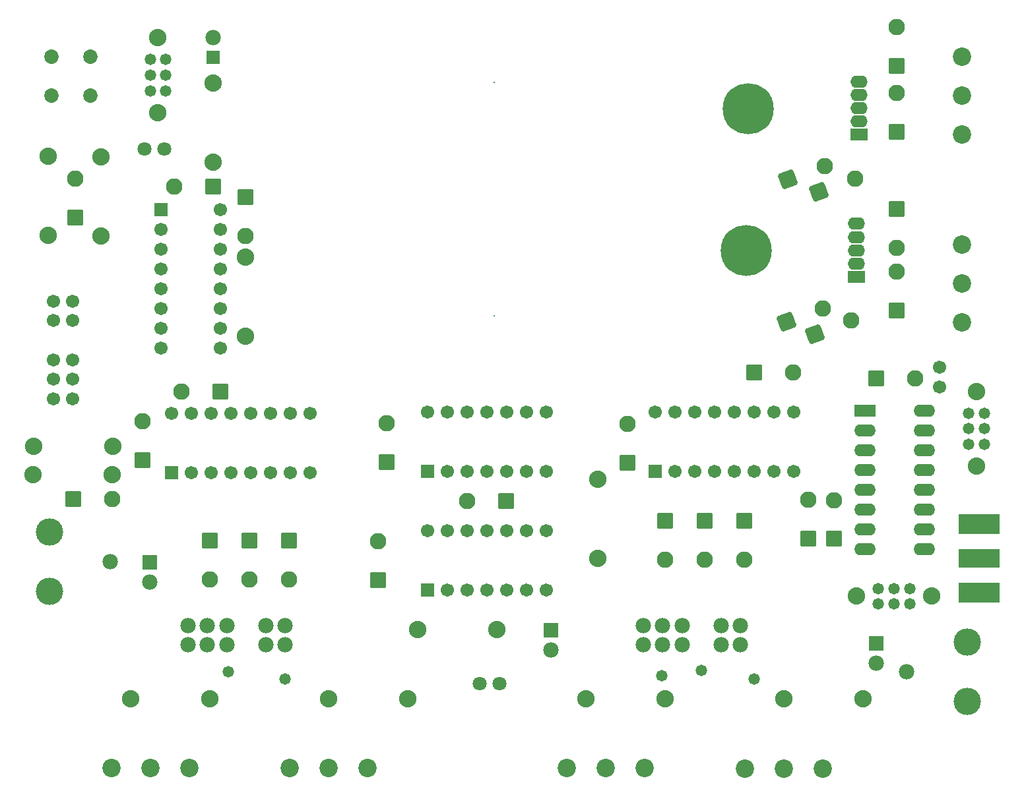
<source format=gts>
G04*
G04 #@! TF.GenerationSoftware,Altium Limited,Altium Designer,20.1.11 (218)*
G04*
G04 Layer_Color=8388736*
%FSLAX23Y23*%
%MOIN*%
G70*
G04*
G04 #@! TF.SameCoordinates,61B52F32-3D36-43F7-9E25-D9CFD543C360*
G04*
G04*
G04 #@! TF.FilePolarity,Negative*
G04*
G01*
G75*
%ADD21R,0.208X0.103*%
%ADD22R,0.208X0.098*%
G04:AMPARAMS|DCode=23|XSize=83mil|YSize=83mil|CornerRadius=13mil|HoleSize=0mil|Usage=FLASHONLY|Rotation=270.000|XOffset=0mil|YOffset=0mil|HoleType=Round|Shape=RoundedRectangle|*
%AMROUNDEDRECTD23*
21,1,0.083,0.056,0,0,270.0*
21,1,0.056,0.083,0,0,270.0*
1,1,0.027,-0.028,-0.028*
1,1,0.027,-0.028,0.028*
1,1,0.027,0.028,0.028*
1,1,0.027,0.028,-0.028*
%
%ADD23ROUNDEDRECTD23*%
%ADD24C,0.083*%
G04:AMPARAMS|DCode=25|XSize=83mil|YSize=83mil|CornerRadius=13mil|HoleSize=0mil|Usage=FLASHONLY|Rotation=180.000|XOffset=0mil|YOffset=0mil|HoleType=Round|Shape=RoundedRectangle|*
%AMROUNDEDRECTD25*
21,1,0.083,0.056,0,0,180.0*
21,1,0.056,0.083,0,0,180.0*
1,1,0.027,-0.028,0.028*
1,1,0.027,0.028,0.028*
1,1,0.027,0.028,-0.028*
1,1,0.027,-0.028,-0.028*
%
%ADD25ROUNDEDRECTD25*%
%ADD26C,0.088*%
%ADD27C,0.067*%
%ADD28R,0.067X0.067*%
%ADD29R,0.108X0.063*%
%ADD30O,0.108X0.063*%
%ADD31C,0.138*%
%ADD32C,0.078*%
%ADD33C,0.058*%
%ADD34R,0.087X0.063*%
%ADD35O,0.087X0.063*%
%ADD36C,0.258*%
%ADD37C,0.008*%
%ADD38C,0.093*%
%ADD39C,0.071*%
%ADD40R,0.071X0.071*%
G04:AMPARAMS|DCode=41|XSize=83mil|YSize=83mil|CornerRadius=13mil|HoleSize=0mil|Usage=FLASHONLY|Rotation=20.000|XOffset=0mil|YOffset=0mil|HoleType=Round|Shape=RoundedRectangle|*
%AMROUNDEDRECTD41*
21,1,0.083,0.056,0,0,20.0*
21,1,0.056,0.083,0,0,20.0*
1,1,0.027,0.036,-0.017*
1,1,0.027,-0.017,-0.036*
1,1,0.027,-0.036,0.017*
1,1,0.027,0.017,0.036*
%
%ADD41ROUNDEDRECTD41*%
%ADD42R,0.078X0.078*%
%ADD43R,0.067X0.067*%
%ADD44C,0.073*%
D21*
X5589Y2382D02*
D03*
X5589Y2036D02*
D03*
D22*
X5589Y2209D02*
D03*
D23*
X1880Y4036D02*
D03*
X4723Y2309D02*
D03*
X4854Y2308D02*
D03*
X5172Y4700D02*
D03*
X5171Y3975D02*
D03*
X1361Y2705D02*
D03*
X5170Y4367D02*
D03*
X5170Y3462D02*
D03*
X3810Y2692D02*
D03*
X2595Y2697D02*
D03*
X2550Y2099D02*
D03*
X1021Y3932D02*
D03*
X1700Y2298D02*
D03*
X1900Y2298D02*
D03*
X2100Y2298D02*
D03*
X4000Y2398D02*
D03*
X4200Y2398D02*
D03*
X4400Y2398D02*
D03*
D24*
X1880Y3839D02*
D03*
X1521Y4089D02*
D03*
X1207Y2508D02*
D03*
X4723Y2505D02*
D03*
X4854Y2504D02*
D03*
X5172Y4896D02*
D03*
X5171Y3779D02*
D03*
X1361Y2901D02*
D03*
X4797Y3474D02*
D03*
X4940Y3411D02*
D03*
X5170Y4563D02*
D03*
X4960Y4129D02*
D03*
X4806Y4193D02*
D03*
X5170Y3658D02*
D03*
X5263Y3120D02*
D03*
X3810Y2888D02*
D03*
X2595Y2893D02*
D03*
X2550Y2295D02*
D03*
X1021Y4128D02*
D03*
X3002Y2500D02*
D03*
X1558Y3051D02*
D03*
X1700Y2102D02*
D03*
X1900Y2102D02*
D03*
X2100Y2102D02*
D03*
X4648Y3150D02*
D03*
X4000Y2202D02*
D03*
X4200Y2202D02*
D03*
X4400Y2202D02*
D03*
D25*
X1718Y4089D02*
D03*
X1010Y2508D02*
D03*
X5067Y3120D02*
D03*
X3198Y2500D02*
D03*
X1754Y3051D02*
D03*
X4452Y3150D02*
D03*
D26*
X1880Y3333D02*
D03*
X1880Y3733D02*
D03*
X811Y2775D02*
D03*
X1211Y2775D02*
D03*
X1208Y2632D02*
D03*
X808Y2632D02*
D03*
X5346Y2018D02*
D03*
X4968Y2018D02*
D03*
X5574Y2676D02*
D03*
X5574Y3054D02*
D03*
X1439Y4463D02*
D03*
X1439Y4841D02*
D03*
X1719Y4213D02*
D03*
X1719Y4613D02*
D03*
X1150Y3840D02*
D03*
X1150Y4240D02*
D03*
X884Y4241D02*
D03*
X884Y3841D02*
D03*
X3660Y2210D02*
D03*
X3660Y2610D02*
D03*
X3150Y1850D02*
D03*
X2750Y1850D02*
D03*
X2300Y1500D02*
D03*
X2700Y1500D02*
D03*
X1700Y1500D02*
D03*
X1300Y1500D02*
D03*
X3600Y1500D02*
D03*
X4000Y1500D02*
D03*
X4600Y1500D02*
D03*
X5000Y1500D02*
D03*
D27*
X1754Y3271D02*
D03*
X1754Y3371D02*
D03*
X1754Y3471D02*
D03*
X1754Y3571D02*
D03*
X1754Y3671D02*
D03*
X1754Y3771D02*
D03*
X1754Y3871D02*
D03*
X1754Y3971D02*
D03*
X1454Y3271D02*
D03*
X1454Y3371D02*
D03*
X1454Y3471D02*
D03*
X1454Y3571D02*
D03*
X1454Y3671D02*
D03*
X1454Y3771D02*
D03*
X1454Y3871D02*
D03*
X910Y3017D02*
D03*
X910Y3115D02*
D03*
X910Y3214D02*
D03*
X910Y3411D02*
D03*
X910Y3509D02*
D03*
X1008Y3017D02*
D03*
X1008Y3115D02*
D03*
X1008Y3214D02*
D03*
X1008Y3411D02*
D03*
X1008Y3509D02*
D03*
X5388Y3177D02*
D03*
X5388Y3077D02*
D03*
X4050Y2650D02*
D03*
X4150Y2650D02*
D03*
X4250Y2650D02*
D03*
X4350Y2650D02*
D03*
X4450Y2650D02*
D03*
X4550Y2650D02*
D03*
X4650Y2650D02*
D03*
X3950Y2950D02*
D03*
X4050Y2950D02*
D03*
X4150Y2950D02*
D03*
X4250Y2950D02*
D03*
X4350Y2950D02*
D03*
X4450Y2950D02*
D03*
X4550Y2950D02*
D03*
X4650Y2950D02*
D03*
X3400Y2950D02*
D03*
X3300Y2950D02*
D03*
X3200Y2950D02*
D03*
X3100Y2950D02*
D03*
X3000Y2950D02*
D03*
X2900Y2950D02*
D03*
X2800Y2950D02*
D03*
X3400Y2650D02*
D03*
X3300Y2650D02*
D03*
X3200Y2650D02*
D03*
X3100Y2650D02*
D03*
X3000Y2650D02*
D03*
X2900Y2650D02*
D03*
X1606Y2643D02*
D03*
X1706Y2643D02*
D03*
X1806Y2643D02*
D03*
X1906Y2643D02*
D03*
X2006Y2643D02*
D03*
X2106Y2643D02*
D03*
X2206Y2643D02*
D03*
X1506Y2943D02*
D03*
X1606Y2943D02*
D03*
X1706Y2943D02*
D03*
X1806Y2943D02*
D03*
X1906Y2943D02*
D03*
X2006Y2943D02*
D03*
X2106Y2943D02*
D03*
X2206Y2943D02*
D03*
X3400Y2350D02*
D03*
X3300Y2350D02*
D03*
X3200Y2350D02*
D03*
X3100Y2350D02*
D03*
X3000Y2350D02*
D03*
X2900Y2350D02*
D03*
X2800Y2350D02*
D03*
X3400Y2050D02*
D03*
X3300Y2050D02*
D03*
X3200Y2050D02*
D03*
X3100Y2050D02*
D03*
X3000Y2050D02*
D03*
X2900Y2050D02*
D03*
D28*
X1454Y3971D02*
D03*
D29*
X5012Y2956D02*
D03*
D30*
X5012Y2856D02*
D03*
X5012Y2756D02*
D03*
X5012Y2656D02*
D03*
X5012Y2556D02*
D03*
X5012Y2456D02*
D03*
X5012Y2356D02*
D03*
X5012Y2256D02*
D03*
X5312Y2956D02*
D03*
X5312Y2856D02*
D03*
X5312Y2756D02*
D03*
X5312Y2656D02*
D03*
X5312Y2556D02*
D03*
X5312Y2456D02*
D03*
X5312Y2356D02*
D03*
X5312Y2256D02*
D03*
D31*
X890Y2043D02*
D03*
X890Y2342D02*
D03*
X5528Y1786D02*
D03*
X5528Y1487D02*
D03*
D32*
X1197Y2192D02*
D03*
X5221Y1637D02*
D03*
X1719Y4841D02*
D03*
X3425Y1745D02*
D03*
X5067Y1680D02*
D03*
X1397Y2088D02*
D03*
X1590Y1870D02*
D03*
X1688Y1870D02*
D03*
X1787Y1870D02*
D03*
X1984Y1870D02*
D03*
X2082Y1870D02*
D03*
X1590Y1772D02*
D03*
X1688Y1772D02*
D03*
X1787Y1772D02*
D03*
X1984Y1772D02*
D03*
X2082Y1772D02*
D03*
X3890Y1870D02*
D03*
X3988Y1870D02*
D03*
X4087Y1870D02*
D03*
X4284Y1870D02*
D03*
X4382Y1870D02*
D03*
X3890Y1772D02*
D03*
X3988Y1772D02*
D03*
X4087Y1772D02*
D03*
X4284Y1772D02*
D03*
X4382Y1772D02*
D03*
D33*
X5236Y1979D02*
D03*
X5157Y1979D02*
D03*
X5078Y1979D02*
D03*
X5236Y2057D02*
D03*
X5157Y2057D02*
D03*
X5078Y2057D02*
D03*
X5535Y2786D02*
D03*
X5535Y2865D02*
D03*
X5535Y2944D02*
D03*
X5613Y2786D02*
D03*
X5613Y2865D02*
D03*
X5613Y2944D02*
D03*
X1400Y4573D02*
D03*
X1400Y4652D02*
D03*
X1400Y4731D02*
D03*
X1478Y4573D02*
D03*
X1478Y4652D02*
D03*
X1478Y4731D02*
D03*
X4451Y1599D02*
D03*
X4183Y1642D02*
D03*
X3985Y1616D02*
D03*
X1795Y1635D02*
D03*
X2080Y1600D02*
D03*
D34*
X4969Y3633D02*
D03*
X4980Y4351D02*
D03*
D35*
X4969Y3700D02*
D03*
X4969Y3767D02*
D03*
X4969Y3834D02*
D03*
X4969Y3901D02*
D03*
X4980Y4619D02*
D03*
X4980Y4552D02*
D03*
X4980Y4485D02*
D03*
X4980Y4418D02*
D03*
D36*
X4411Y3767D02*
D03*
X4422Y4484D02*
D03*
D37*
X3137Y4617D02*
D03*
X3137Y3435D02*
D03*
D38*
X4403Y1145D02*
D03*
X4600Y1145D02*
D03*
X4797Y1145D02*
D03*
X5500Y4747D02*
D03*
X5500Y4550D02*
D03*
X5500Y4353D02*
D03*
X5500Y3797D02*
D03*
X5500Y3600D02*
D03*
X5500Y3403D02*
D03*
X2497Y1150D02*
D03*
X2300Y1150D02*
D03*
X2103Y1150D02*
D03*
X1597Y1150D02*
D03*
X1400Y1150D02*
D03*
X1203Y1150D02*
D03*
X3897Y1150D02*
D03*
X3700Y1150D02*
D03*
X3503Y1150D02*
D03*
D39*
X1472Y4278D02*
D03*
X1372Y4278D02*
D03*
X3165Y1575D02*
D03*
X3065Y1575D02*
D03*
D40*
X1719Y4741D02*
D03*
D41*
X4613Y3406D02*
D03*
X4756Y3343D02*
D03*
X4776Y4061D02*
D03*
X4622Y4125D02*
D03*
D42*
X3425Y1845D02*
D03*
X5067Y1780D02*
D03*
X1397Y2188D02*
D03*
D43*
X3950Y2650D02*
D03*
X2800Y2650D02*
D03*
X1506Y2643D02*
D03*
X2800Y2050D02*
D03*
D44*
X900Y4746D02*
D03*
X1097Y4746D02*
D03*
X1097Y4549D02*
D03*
X900Y4549D02*
D03*
M02*

</source>
